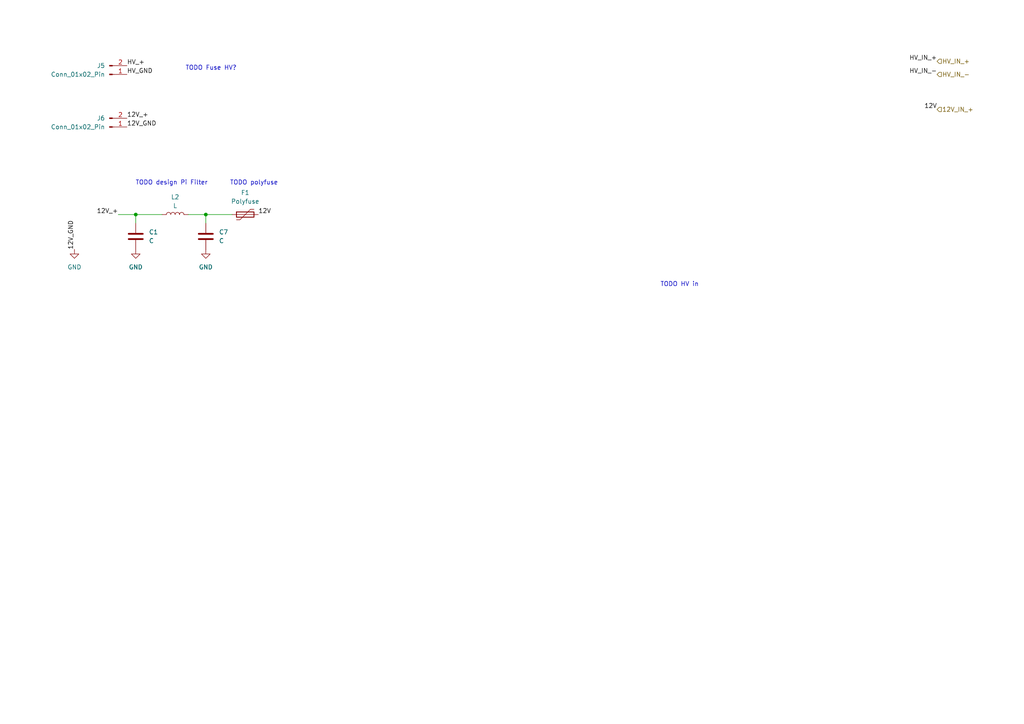
<source format=kicad_sch>
(kicad_sch (version 20231120) (generator "eeschema") (generator_version "8.0")
  (paper "A4")
  (lib_symbols
    (symbol "Connector:Conn_01x02_Pin" (pin_names (offset 1.016) hide)
      (property "Reference" "J" (at 0 2.54 0))
      (property "Value" "Conn_01x02_Pin" (at 0 -5.08 0))
      (symbol "Conn_01x02_Pin_1_1"
        (polyline (pts (xy 1.27 -2.54) (xy 0.8636 -2.54)) (stroke (width 0.1524)))
        (polyline (pts (xy 1.27 0) (xy 0.8636 0)) (stroke (width 0.1524)))
        (rectangle (start 0.8636 -2.413) (end 0 -2.667) (stroke (width 0.1524)) (fill (type outline)))
        (rectangle (start 0.8636 0.127) (end 0 -0.127) (stroke (width 0.1524)) (fill (type outline)))
        (pin passive line (at 5.08 0 180) (length 3.81) (name "Pin_1") (number "1"))
        (pin passive line (at 5.08 -2.54 180) (length 3.81) (name "Pin_2") (number "2"))
      )
    )
    (symbol "Device:C" (pin_numbers hide) (pin_names (offset 0.254))
      (property "Reference" "C" (at 0.635 2.54 0))
      (property "Value" "C" (at 0.635 -2.54 0))
      (symbol "C_0_1"
        (polyline (pts (xy -2.032 -0.762) (xy 2.032 -0.762)) (stroke (width 0.508)))
        (polyline (pts (xy -2.032 0.762) (xy 2.032 0.762)) (stroke (width 0.508)))
      )
      (symbol "C_1_1"
        (pin passive line (at 0 3.81 270) (length 2.794) (name "~") (number "1"))
        (pin passive line (at 0 -3.81 90) (length 2.794) (name "~") (number "2"))
      )
    )
    (symbol "Device:L" (pin_numbers hide) (pin_names (offset 1.016) hide)
      (property "Reference" "L" (at -1.27 0 90))
      (property "Value" "L" (at 1.905 0 90))
      (symbol "L_0_1"
        (arc (start 0 -2.54) (mid 0.6323 -1.905) (end 0 -1.27))
        (arc (start 0 -1.27) (mid 0.6323 -0.635) (end 0 0))
        (arc (start 0 0) (mid 0.6323 0.635) (end 0 1.27))
        (arc (start 0 1.27) (mid 0.6323 1.905) (end 0 2.54))
      )
      (symbol "L_1_1"
        (pin passive line (at 0 3.81 270) (length 1.27) (name "1") (number "1"))
        (pin passive line (at 0 -3.81 90) (length 1.27) (name "2") (number "2"))
      )
    )
    (symbol "Device:Polyfuse" (pin_numbers hide) (pin_names (offset 0))
      (property "Reference" "F" (at -2.54 0 90))
      (property "Value" "Polyfuse" (at 2.54 0 90))
      (symbol "Polyfuse_0_1"
        (rectangle (start -0.762 2.54) (end 0.762 -2.54) (stroke (width 0.254)))
        (polyline (pts (xy 0 2.54) (xy 0 -2.54)))
        (polyline (pts (xy -1.524 2.54) (xy -1.524 1.524) (xy 1.524 -1.524) (xy 1.524 -2.54)))
      )
      (symbol "Polyfuse_1_1"
        (pin passive line (at 0 3.81 270) (length 1.27) (name "~") (number "1"))
        (pin passive line (at 0 -3.81 90) (length 1.27) (name "~") (number "2"))
      )
    )
    (symbol "power:GND" (power) (pin_numbers hide) (pin_names (offset 0) hide)
      (property "Value" "GND" (at 0 -3.81 0))
      (symbol "GND_0_1"
        (polyline (pts (xy 0 0) (xy 0 -1.27) (xy 1.27 -1.27) (xy 0 -2.54) (xy -1.27 -1.27) (xy 0 -1.27)))
      )
      (symbol "GND_1_1"
        (pin power_in line (at 0 0 270) (length 0) (name "~") (number "1"))
      )
    )
  )
  (junction (at 39.37 62.23))
  (junction (at 59.69 62.23))
  (wire (pts (xy 34.29 62.23) (xy 39.37 62.23)))
  (wire (pts (xy 59.69 62.23) (xy 67.31 62.23)))
  (wire (pts (xy 39.37 62.23) (xy 39.37 64.77)))
  (wire (pts (xy 59.69 62.23) (xy 59.69 64.77)))
  (wire (pts (xy 39.37 62.23) (xy 46.99 62.23)))
  (wire (pts (xy 54.61 62.23) (xy 59.69 62.23)))
  (text "TODO HV in" (at 197.104 82.55 0) (effects (font (size 1.27 1.27))))
  (text "TODO design Pi Filter" (at 49.784 53.086 0) (effects (font (size 1.27 1.27))))
  (text "TODO polyfuse" (at 73.66 53.086 0) (effects (font (size 1.27 1.27))))
  (text "TODO Fuse HV?" (at 61.214 19.812 0) (effects (font (size 1.27 1.27))))
  (label "12V_GND" (at 36.83 36.83 0))
  (label "12V_+" (at 34.29 62.23 180))
  (label "HV_IN_-" (at 271.78 21.59 180))
  (label "12V_GND" (at 21.59 72.39 90))
  (label "HV_+" (at 36.83 19.05 0))
  (label "HV_IN_+" (at 271.78 17.78 180))
  (label "12V" (at 74.93 62.23 0))
  (label "12V_+" (at 36.83 34.29 0))
  (label "12V" (at 271.78 31.75 180))
  (label "HV_GND" (at 36.83 21.59 0))
  (hierarchical_label "12V_IN_+" (shape input) (at 271.78 31.75 0))
  (hierarchical_label "HV_IN_+" (shape input) (at 271.78 17.78 0))
  (hierarchical_label "HV_IN_-" (shape input) (at 271.78 21.59 0))
  (symbol (lib_id "Connector:Conn_01x02_Pin") (at 31.75 21.59 0) (mirror x) (unit 1)
    (property "Reference" "J5" (at 30.48 19.0499 0) (effects (justify right)))
    (property "Value" "Conn_01x02_Pin" (at 30.48 21.5899 0) (effects (justify right)))
    (property "Description" "Generic connector, single row, 01x02, script generated" (effects (hide yes)))
  )
  (symbol (lib_id "power:GND") (at 21.59 72.39 0) (unit 1)
    (property "Reference" "#PWR015" (effects (hide yes)))
    (property "Value" "GND" (at 21.59 77.47 0))
    (property "Description" "Power symbol creates a global label with name \"GND\" , ground" (effects (hide yes)))
  )
  (symbol (lib_id "Device:L") (at 50.8 62.23 90) (unit 1)
    (property "Reference" "L2" (at 50.8 57.15 90))
    (property "Value" "L" (at 50.8 59.69 90))
    (property "Description" "Inductor" (effects (hide yes)))
  )
  (symbol (lib_id "Device:C") (at 59.69 68.58 0) (unit 1)
    (property "Reference" "C7" (at 63.5 67.3099 0) (effects (justify left)))
    (property "Value" "C" (at 63.5 69.8499 0) (effects (justify left)))
    (property "Description" "Unpolarized capacitor" (effects (hide yes)))
  )
  (symbol (lib_id "power:GND") (at 59.69 72.39 0) (unit 1)
    (property "Reference" "#PWR017" (effects (hide yes)))
    (property "Value" "GND" (at 59.69 77.47 0))
    (property "Description" "Power symbol creates a global label with name \"GND\" , ground" (effects (hide yes)))
  )
  (symbol (lib_id "Device:C") (at 39.37 68.58 0) (unit 1)
    (property "Reference" "C1" (at 43.18 67.3099 0) (effects (justify left)))
    (property "Value" "C" (at 43.18 69.8499 0) (effects (justify left)))
    (property "Description" "Unpolarized capacitor" (effects (hide yes)))
  )
  (symbol (lib_id "Device:Polyfuse") (at 71.12 62.23 90) (unit 1)
    (property "Reference" "F1" (at 71.12 55.88 90))
    (property "Value" "Polyfuse" (at 71.12 58.42 90))
    (property "Description" "Resettable fuse, polymeric positive temperature coefficient" (effects (hide yes)))
  )
  (symbol (lib_id "power:GND") (at 39.37 72.39 0) (unit 1)
    (property "Reference" "#PWR016" (effects (hide yes)))
    (property "Value" "GND" (at 39.37 77.47 0))
    (property "Description" "Power symbol creates a global label with name \"GND\" , ground" (effects (hide yes)))
  )
  (symbol (lib_id "Connector:Conn_01x02_Pin") (at 31.75 36.83 0) (mirror x) (unit 1)
    (property "Reference" "J6" (at 30.48 34.2899 0) (effects (justify right)))
    (property "Value" "Conn_01x02_Pin" (at 30.48 36.8299 0) (effects (justify right)))
    (property "Description" "Generic connector, single row, 01x02, script generated" (effects (hide yes)))
  )
)
</source>
